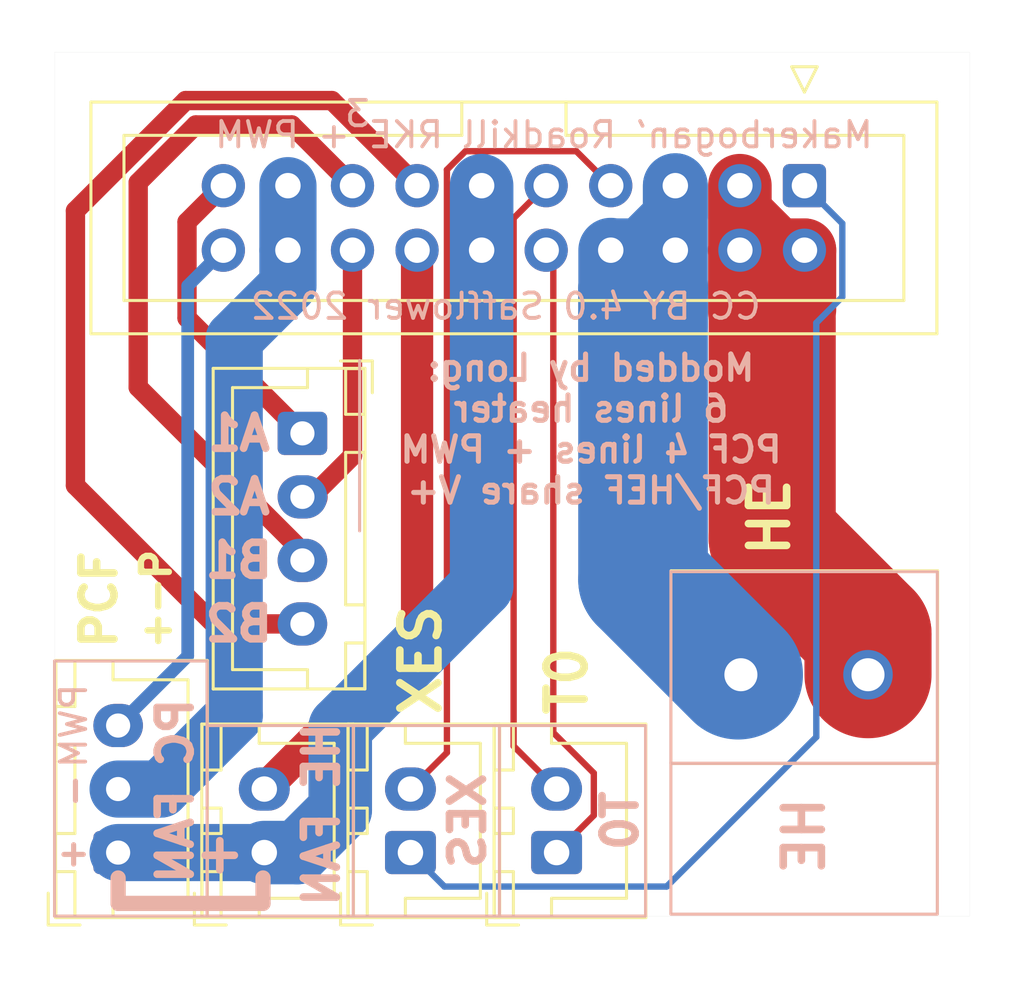
<source format=kicad_pcb>
(kicad_pcb (version 20211014) (generator pcbnew)
  (layers (0 "F.Cu" signal) (31 "B.Cu" signal) (34 "B.Paste" user) (35 "F.Paste" user) (36 "B.SilkS" user "B.Silkscreen") (37 "F.SilkS" user "F.Silkscreen") (38 "B.Mask" user) (39 "F.Mask" user) (44 "Edge.Cuts" user))
  (net 0 "")
  (net 1 "+24V")
  (net 2 "GNDPWR")
  (net 3 "/T0")
  (net 4 "/B2")
  (net 5 "/B1")
  (net 6 "/PCF_GND")
  (net 7 "/Fan_V+")
  (net 8 "/HE_Fan_GND")
  (net 9 "Net-(J3-Pad1)")
  (net 10 "Net-(J4-Pad1)")
  (net 11 "/A2")
  (net 12 "/Xend_s")
  (net 13 "/PCF_PWM")
  (net 14 "/T0-gnd")
  (footprint "MountingHole:MountingHole_3.2mm_M3" (layer "F.Cu") (at 118.001564 38.507316)
    (fp_text reference "H1" hide)
    (fp_text value "MountingHole")
    (pad "" np_thru_hole circle locked (at 0 0) (size 3.2 3.2) (drill 3.2) (layers *.Cu *.Mask))
  )
  (footprint "MountingHole:MountingHole_3.2mm_M3" (layer "F.Cu") (at 147.990137 38.490139)
    (fp_text reference "H2" hide)
    (fp_text value "MountingHole")
    (pad "" np_thru_hole circle locked (at 0 0) (size 3.2 3.2) (drill 3.2) (layers *.Cu *.Mask))
  )
  (footprint "Connector_JST:JST_XH_B2B-XH-A_1x02_P2.50mm_Vertical" (layer "F.Cu") (at 134.75 54 90)
    (fp_text reference "J1" hide)
    (fp_text value "Thermistor")
    (fp_line (start 0.75 -1.7) (end 1.75 -1.7) (layer "F.SilkS") (width 0.12))
    (fp_line (start 5.05 -0.2) (end 4.3 -0.2) (layer "F.SilkS") (width 0.12))
    (fp_line (start -1.8 2.75) (end 1.25 2.75) (layer "F.SilkS") (width 0.12))
    (fp_line (start 5.05 -1.7) (end 5.05 -2.45) (layer "F.SilkS") (width 0.12))
    (fp_line (start 1.75 -2.45) (end 0.75 -2.45) (layer "F.SilkS") (width 0.12))
    (fp_line (start -2.56 -2.46) (end -2.56 3.51) (layer "F.SilkS") (width 0.12))
    (fp_line (start 4.3 -0.2) (end 4.3 2.75) (layer "F.SilkS") (width 0.12))
    (fp_line (start -0.75 -1.7) (end -0.75 -2.45) (layer "F.SilkS") (width 0.12))
    (fp_line (start 5.06 -2.46) (end -2.56 -2.46) (layer "F.SilkS") (width 0.12))
    (fp_line (start -0.75 -2.45) (end -2.55 -2.45) (layer "F.SilkS") (width 0.12))
    (fp_line (start 4.3 2.75) (end 1.25 2.75) (layer "F.SilkS") (width 0.12))
    (fp_line (start -2.55 -2.45) (end -2.55 -1.7) (layer "F.SilkS") (width 0.12))
    (fp_line (start 3.25 -2.45) (end 3.25 -1.7) (layer "F.SilkS") (width 0.12))
    (fp_line (start -2.85 -2.75) (end -2.85 -1.5) (layer "F.SilkS") (width 0.12))
    (fp_line (start -2.56 3.51) (end 5.06 3.51) (layer "F.SilkS") (width 0.12))
    (fp_line (start -1.6 -2.75) (end -2.85 -2.75) (layer "F.SilkS") (width 0.12))
    (fp_line (start -2.55 -1.7) (end -0.75 -1.7) (layer "F.SilkS") (width 0.12))
    (fp_line (start 5.06 3.51) (end 5.06 -2.46) (layer "F.SilkS") (width 0.12))
    (fp_line (start 1.75 -1.7) (end 1.75 -2.45) (layer "F.SilkS") (width 0.12))
    (fp_line (start -1.8 -0.2) (end -1.8 2.75) (layer "F.SilkS") (width 0.12))
    (fp_line (start -2.55 -0.2) (end -1.8 -0.2) (layer "F.SilkS") (width 0.12))
    (fp_line (start 3.25 -1.7) (end 5.05 -1.7) (layer "F.SilkS") (width 0.12))
    (fp_line (start 5.05 -2.45) (end 3.25 -2.45) (layer "F.SilkS") (width 0.12))
    (fp_line (start 0.75 -2.45) (end 0.75 -1.7) (layer "F.SilkS") (width 0.12))
    (pad "1" thru_hole roundrect locked (at 0 0 90) (size 1.7 2) (drill 1) (layers *.Cu *.Mask) (roundrect_rratio 0.1470588235) (net 14 "/T0-gnd"))
    (pad "2" thru_hole oval locked (at 2.5 0 90) (size 1.7 2) (drill 1) (layers *.Cu *.Mask) (net 3 "/T0"))
  )
  (footprint "SamacSys_Parts:TB00250002BE" (layer "F.Cu") (at 142 47)
    (fp_text reference "J2" hide)
    (fp_text value "Heater" hide)
    (fp_line (start -2.75 3.5) (end -2.75 -4.1) (layer "F.SilkS") (width 0.1))
    (fp_line (start 7.75 3.5) (end -2.75 3.5) (layer "F.SilkS") (width 0.1))
    (fp_line (start 7.75 -4.1) (end 7.75 3.5) (layer "F.SilkS") (width 0.1))
    (fp_line (start -2.75 -4.1) (end 7.75 -4.1) (layer "F.SilkS") (width 0.1))
    (pad "1" thru_hole circle locked (at 0 0) (size 1.95 1.95) (drill 1.3) (layers *.Cu *.Mask) (net 1 "+24V"))
    (pad "2" thru_hole circle locked (at 5 0) (size 1.95 1.95) (drill 1.3) (layers *.Cu *.Mask) (net 2 "GNDPWR"))
  )
  (footprint "Connector_JST:JST_XH_B4B-XH-A_1x04_P2.50mm_Vertical" (layer "F.Cu") (at 124.75 37.5 -90)
    (fp_text reference "J3" hide)
    (fp_text value "Stepper")
    (fp_line (start 10.06 3.51) (end 10.06 -2.46) (layer "F.SilkS") (width 0.12))
    (fp_line (start 0.75 -1.7) (end 6.75 -1.7) (layer "F.SilkS") (width 0.12))
    (fp_line (start 8.25 -2.45) (end 8.25 -1.7) (layer "F.SilkS") (width 0.12))
    (fp_line (start -2.56 3.51) (end 10.06 3.51) (layer "F.SilkS") (width 0.12))
    (fp_line (start 0.75 -2.45) (end 0.75 -1.7) (layer "F.SilkS") (width 0.12))
    (fp_line (start 10.05 -1.7) (end 10.05 -2.45) (layer "F.SilkS") (width 0.12))
    (fp_line (start -2.85 -2.75) (end -2.85 -1.5) (layer "F.SilkS") (width 0.12))
    (fp_line (start 8.25 -1.7) (end 10.05 -1.7) (layer "F.SilkS") (width 0.12))
    (fp_line (start 9.3 2.75) (end 3.75 2.75) (layer "F.SilkS") (width 0.12))
    (fp_line (start -1.8 2.75) (end 3.75 2.75) (layer "F.SilkS") (width 0.12))
    (fp_line (start -2.55 -0.2) (end -1.8 -0.2) (layer "F.SilkS") (width 0.12))
    (fp_line (start 10.05 -2.45) (end 8.25 -2.45) (layer "F.SilkS") (width 0.12))
    (fp_line (start -1.6 -2.75) (end -2.85 -2.75) (layer "F.SilkS") (width 0.12))
    (fp_line (start 10.05 -0.2) (end 9.3 -0.2) (layer "F.SilkS") (width 0.12))
    (fp_line (start 6.75 -2.45) (end 0.75 -2.45) (layer "F.SilkS") (width 0.12))
    (fp_line (start -2.56 -2.46) (end -2.56 3.51) (layer "F.SilkS") (width 0.12))
    (fp_line (start -2.55 -2.45) (end -2.55 -1.7) (layer "F.SilkS") (width 0.12))
    (fp_line (start 9.3 -0.2) (end 9.3 2.75) (layer "F.SilkS") (width 0.12))
    (fp_line (start -0.75 -1.7) (end -0.75 -2.45) (layer "F.SilkS") (width 0.12))
    (fp_line (start 6.75 -1.7) (end 6.75 -2.45) (layer "F.SilkS") (width 0.12))
    (fp_line (start -2.55 -1.7) (end -0.75 -1.7) (layer "F.SilkS") (width 0.12))
    (fp_line (start -1.8 -0.2) (end -1.8 2.75) (layer "F.SilkS") (width 0.12))
    (fp_line (start 10.06 -2.46) (end -2.56 -2.46) (layer "F.SilkS") (width 0.12))
    (fp_line (start -0.75 -2.45) (end -2.55 -2.45) (layer "F.SilkS") (width 0.12))
    (pad "1" thru_hole roundrect locked (at 0 0 270) (size 1.7 1.95) (drill 0.95) (layers *.Cu *.Mask) (roundrect_rratio 0.1470588235) (net 9 "Net-(J3-Pad1)"))
    (pad "2" thru_hole oval locked (at 2.5 0 270) (size 1.7 1.95) (drill 0.95) (layers *.Cu *.Mask) (net 11 "/A2"))
    (pad "3" thru_hole oval locked (at 5 0 270) (size 1.7 1.95) (drill 0.95) (layers *.Cu *.Mask) (net 5 "/B1"))
    (pad "4" thru_hole oval locked (at 7.5 0 270) (size 1.7 1.95) (drill 0.95) (layers *.Cu *.Mask) (net 4 "/B2"))
  )
  (footprint "Connector_IDC:IDC-Header_2x10_P2.54mm_Vertical" (layer "F.Cu") (at 144.5 27.75 -90)
    (fp_text reference "J4" hide)
    (fp_text value "Conn_02x10_Odd_Even")
    (fp_line (start 4.52 26.77) (end -1.98 26.77) (layer "F.SilkS") (width 0.12))
    (fp_line (start -3.29 9.38) (end -1.98 9.38) (layer "F.SilkS") (width 0.12))
    (fp_line (start 5.83 -5.21) (end 5.83 28.07) (layer "F.SilkS") (width 0.12))
    (fp_line (start -1.98 -3.91) (end 4.52 -3.91) (layer "F.SilkS") (width 0.12))
    (fp_line (start -1.98 9.38) (end -1.98 -3.91) (layer "F.SilkS") (width 0.12))
    (fp_line (start -1.98 13.48) (end -1.98 13.48) (layer "F.SilkS") (width 0.12))
    (fp_line (start 5.83 28.07) (end -3.29 28.07) (layer "F.SilkS") (width 0.12))
    (fp_line (start -3.68 0) (end -4.68 -0.5) (layer "F.SilkS") (width 0.12))
    (fp_line (start -1.98 26.77) (end -1.98 13.48) (layer "F.SilkS") (width 0.12))
    (fp_line (start -3.29 -5.21) (end 5.83 -5.21) (layer "F.SilkS") (width 0.12))
    (fp_line (start -1.98 13.48) (end -3.29 13.48) (layer "F.SilkS") (width 0.12))
    (fp_line (start 4.52 -3.91) (end 4.52 26.77) (layer "F.SilkS") (width 0.12))
    (fp_line (start -3.29 28.07) (end -3.29 -5.21) (layer "F.SilkS") (width 0.12))
    (fp_line (start -4.68 -0.5) (end -4.68 0.5) (layer "F.SilkS") (width 0.12))
    (fp_line (start -4.68 0.5) (end -3.68 0) (layer "F.SilkS") (width 0.12))
    (pad "1" thru_hole roundrect locked (at 0 0 270) (size 1.7 1.7) (drill 1) (layers *.Cu *.Mask) (roundrect_rratio 0.1470588235) (net 10 "Net-(J4-Pad1)"))
    (pad "2" thru_hole circle locked (at 2.54 0 270) (size 1.7 1.7) (drill 1) (layers *.Cu *.Mask) (net 2 "GNDPWR"))
    (pad "3" thru_hole circle locked (at 0 2.54 270) (size 1.7 1.7) (drill 1) (layers *.Cu *.Mask) (net 2 "GNDPWR"))
    (pad "4" thru_hole circle locked (at 2.54 2.54 270) (size 1.7 1.7) (drill 1) (layers *.Cu *.Mask) (net 2 "GNDPWR"))
    (pad "5" thru_hole circle locked (at 0 5.08 270) (size 1.7 1.7) (drill 1) (layers *.Cu *.Mask) (net 1 "+24V"))
    (pad "6" thru_hole circle locked (at 2.54 5.08 270) (size 1.7 1.7) (drill 1) (layers *.Cu *.Mask) (net 1 "+24V"))
    (pad "7" thru_hole circle locked (at 0 7.62 270) (size 1.7 1.7) (drill 1) (layers *.Cu *.Mask) (net 12 "/Xend_s"))
    (pad "8" thru_hole circle locked (at 2.54 7.62 270) (size 1.7 1.7) (drill 1) (layers *.Cu *.Mask) (net 1 "+24V"))
    (pad "9" thru_hole circle locked (at 0 10.16 270) (size 1.7 1.7) (drill 1) (layers *.Cu *.Mask) (net 3 "/T0"))
    (pad "10" thru_hole circle locked (at 2.54 10.16 270) (size 1.7 1.7) (drill 1) (layers *.Cu *.Mask) (net 14 "/T0-gnd"))
    (pad "11" thru_hole circle locked (at 0 12.7 270) (size 1.7 1.7) (drill 1) (layers *.Cu *.Mask) (net 7 "/Fan_V+"))
    (pad "12" thru_hole circle locked (at 2.54 12.7 270) (size 1.7 1.7) (drill 1) (layers *.Cu *.Mask) (net 7 "/Fan_V+"))
    (pad "13" thru_hole circle locked (at 0 15.24 270) (size 1.7 1.7) (drill 1) (layers *.Cu *.Mask) (net 4 "/B2"))
    (pad "14" thru_hole circle locked (at 2.54 15.24 270) (size 1.7 1.7) (drill 1) (layers *.Cu *.Mask) (net 8 "/HE_Fan_GND"))
    (pad "15" thru_hole circle locked (at 0 17.78 270) (size 1.7 1.7) (drill 1) (layers *.Cu *.Mask) (net 5 "/B1"))
    (pad "16" thru_hole circle locked (at 2.54 17.78 270) (size 1.7 1.7) (drill 1) (layers *.Cu *.Mask) (net 11 "/A2"))
    (pad "17" thru_hole circle locked (at 0 20.32 270) (size 1.7 1.7) (drill 1) (layers *.Cu *.Mask) (net 6 "/PCF_GND"))
    (pad "18" thru_hole circle locked (at 2.54 20.32 270) (size 1.7 1.7) (drill 1) (layers *.Cu *.Mask) (net 6 "/PCF_GND"))
    (pad "19" thru_hole circle locked (at 0 22.86 270) (size 1.7 1.7) (drill 1) (layers *.Cu *.Mask) (net 9 "Net-(J3-Pad1)"))
    (pad "20" thru_hole circle locked (at 2.54 22.86 270) (size 1.7 1.7) (drill 1) (layers *.Cu *.Mask) (net 13 "/PCF_PWM"))
  )
  (footprint "Connector_JST:JST_XH_B2B-XH-A_1x02_P2.50mm_Vertical" (layer "F.Cu") (at 123.25 54 90)
    (fp_text reference "J7" hide)
    (fp_text value "HE_FAN1")
    (fp_line (start 5.05 -0.2) (end 4.3 -0.2) (layer "F.SilkS") (width 0.12))
    (fp_line (start 3.25 -2.45) (end 3.25 -1.7) (layer "F.SilkS") (width 0.12))
    (fp_line (start -2.55 -2.45) (end -2.55 -1.7) (layer "F.SilkS") (width 0.12))
    (fp_line (start -0.75 -2.45) (end -2.55 -2.45) (layer "F.SilkS") (width 0.12))
    (fp_line (start 4.3 2.75) (end 1.25 2.75) (layer "F.SilkS") (width 0.12))
    (fp_line (start 0.75 -1.7) (end 1.75 -1.7) (layer "F.SilkS") (width 0.12))
    (fp_line (start -2.55 -1.7) (end -0.75 -1.7) (layer "F.SilkS") (width 0.12))
    (fp_line (start 5.05 -2.45) (end 3.25 -2.45) (layer "F.SilkS") (width 0.12))
    (fp_line (start -2.85 -2.75) (end -2.85 -1.5) (layer "F.SilkS") (width 0.12))
    (fp_line (start 1.75 -2.45) (end 0.75 -2.45) (layer "F.SilkS") (width 0.12))
    (fp_line (start 5.06 -2.46) (end -2.56 -2.46) (layer "F.SilkS") (width 0.12))
    (fp_line (start 5.06 3.51) (end 5.06 -2.46) (layer "F.SilkS") (width 0.12))
    (fp_line (start -1.8 -0.2) (end -1.8 2.75) (layer "F.SilkS") (width 0.12))
    (fp_line (start -2.56 -2.46) (end -2.56 3.51) (layer "F.SilkS") (width 0.12))
    (fp_line (start -2.56 3.51) (end 5.06 3.51) (layer "F.SilkS") (width 0.12))
    (fp_line (start 1.75 -1.7) (end 1.75 -2.45) (layer "F.SilkS") (width 0.12))
    (fp_line (start 4.3 -0.2) (end 4.3 2.75) (layer "F.SilkS") (width 0.12))
    (fp_line (start -1.8 2.75) (end 1.25 2.75) (layer "F.SilkS") (width 0.12))
    (fp_line (start -2.55 -0.2) (end -1.8 -0.2) (layer "F.SilkS") (width 0.12))
    (fp_line (start 5.05 -1.7) (end 5.05 -2.45) (layer "F.SilkS") (width 0.12))
    (fp_line (start -0.75 -1.7) (end -0.75 -2.45) (layer "F.SilkS") (width 0.12))
    (fp_line (start 0.75 -2.45) (end 0.75 -1.7) (layer "F.SilkS") (width 0.12))
    (fp_line (start -1.6 -2.75) (end -2.85 -2.75) (layer "F.SilkS") (width 0.12))
    (fp_line (start 3.25 -1.7) (end 5.05 -1.7) (layer "F.SilkS") (width 0.12))
    (pad "1" thru_hole roundrect locked (at 0 0 90) (size 1.7 2) (drill 1) (layers *.Cu *.Mask) (roundrect_rratio 0.1470588235) (net 7 "/Fan_V+"))
    (pad "2" thru_hole oval locked (at 2.5 0 90) (size 1.7 2) (drill 1) (layers *.Cu *.Mask) (net 8 "/HE_Fan_GND"))
  )
  (footprint "Connector_JST:JST_XH_B2B-XH-A_1x02_P2.50mm_Vertical" (layer "F.Cu") (at 129 54 90)
    (fp_text reference "J8" hide)
    (fp_text value "X_End")
    (fp_line (start -0.75 -2.45) (end -2.55 -2.45) (layer "F.SilkS") (width 0.12))
    (fp_line (start -2.56 -2.46) (end -2.56 3.51) (layer "F.SilkS") (width 0.12))
    (fp_line (start 1.75 -2.45) (end 0.75 -2.45) (layer "F.SilkS") (width 0.12))
    (fp_line (start 3.25 -2.45) (end 3.25 -1.7) (layer "F.SilkS") (width 0.12))
    (fp_line (start 5.06 3.51) (end 5.06 -2.46) (layer "F.SilkS") (width 0.12))
    (fp_line (start -2.55 -2.45) (end -2.55 -1.7) (layer "F.SilkS") (width 0.12))
    (fp_line (start -1.8 -0.2) (end -1.8 2.75) (layer "F.SilkS") (width 0.12))
    (fp_line (start 3.25 -1.7) (end 5.05 -1.7) (layer "F.SilkS") (width 0.12))
    (fp_line (start 5.05 -1.7) (end 5.05 -2.45) (layer "F.SilkS") (width 0.12))
    (fp_line (start -2.56 3.51) (end 5.06 3.51) (layer "F.SilkS") (width 0.12))
    (fp_line (start 4.3 2.75) (end 1.25 2.75) (layer "F.SilkS") (width 0.12))
    (fp_line (start -1.8 2.75) (end 1.25 2.75) (layer "F.SilkS") (width 0.12))
    (fp_line (start -1.6 -2.75) (end -2.85 -2.75) (layer "F.SilkS") (width 0.12))
    (fp_line (start 5.05 -0.2) (end 4.3 -0.2) (layer "F.SilkS") (width 0.12))
    (fp_line (start -2.55 -0.2) (end -1.8 -0.2) (layer "F.SilkS") (width 0.12))
    (fp_line (start 1.75 -1.7) (end 1.75 -2.45) (layer "F.SilkS") (width 0.12))
    (fp_line (start 0.75 -2.45) (end 0.75 -1.7) (layer "F.SilkS") (width 0.12))
    (fp_line (start 5.05 -2.45) (end 3.25 -2.45) (layer "F.SilkS") (width 0.12))
    (fp_line (start 5.06 -2.46) (end -2.56 -2.46) (layer "F.SilkS") (width 0.12))
    (fp_line (start -2.85 -2.75) (end -2.85 -1.5) (layer "F.SilkS") (width 0.12))
    (fp_line (start 4.3 -0.2) (end 4.3 2.75) (layer "F.SilkS") (width 0.12))
    (fp_line (start 0.75 -1.7) (end 1.75 -1.7) (layer "F.SilkS") (width 0.12))
    (fp_line (start -2.55 -1.7) (end -0.75 -1.7) (layer "F.SilkS") (width 0.12))
    (fp_line (start -0.75 -1.7) (end -0.75 -2.45) (layer "F.SilkS") (width 0.12))
    (pad "1" thru_hole roundrect locked (at 0 0 90) (size 1.7 2) (drill 1) (layers *.Cu *.Mask) (roundrect_rratio 0.1470588235) (net 10 "Net-(J4-Pad1)"))
    (pad "2" thru_hole oval locked (at 2.5 0 90) (size 1.7 2) (drill 1) (layers *.Cu *.Mask) (net 12 "/Xend_s"))
  )
  (footprint "Connector_JST:JST_XH_B3B-XH-A_1x03_P2.50mm_Vertical" (layer "F.Cu") (at 117.5 54 90)
    (fp_text reference "J9" hide)
    (fp_text value "Conn_01x03_Female")
    (fp_line (start -0.75 -1.7) (end -0.75 -2.45) (layer "F.SilkS") (width 0.12))
    (fp_line (start 6.8 2.75) (end 2.5 2.75) (layer "F.SilkS") (width 0.12))
    (fp_line (start -2.55 -2.45) (end -2.55 -1.7) (layer "F.SilkS") (width 0.12))
    (fp_line (start -1.6 -2.75) (end -2.85 -2.75) (layer "F.SilkS") (width 0.12))
    (fp_line (start 7.56 -2.46) (end -2.56 -2.46) (layer "F.SilkS") (width 0.12))
    (fp_line (start 7.56 3.51) (end 7.56 -2.46) (layer "F.SilkS") (width 0.12))
    (fp_line (start 6.8 -0.2) (end 6.8 2.75) (layer "F.SilkS") (width 0.12))
    (fp_line (start 7.55 -1.7) (end 7.55 -2.45) (layer "F.SilkS") (width 0.12))
    (fp_line (start 4.25 -2.45) (end 0.75 -2.45) (layer "F.SilkS") (width 0.12))
    (fp_line (start 7.55 -2.45) (end 5.75 -2.45) (layer "F.SilkS") (width 0.12))
    (fp_line (start -2.56 3.51) (end 7.56 3.51) (layer "F.SilkS") (width 0.12))
    (fp_line (start -2.85 -2.75) (end -2.85 -1.5) (layer "F.SilkS") (width 0.12))
    (fp_line (start -1.8 -0.2) (end -1.8 2.75) (layer "F.SilkS") (width 0.12))
    (fp_line (start -0.75 -2.45) (end -2.55 -2.45) (layer "F.SilkS") (width 0.12))
    (fp_line (start 5.75 -1.7) (end 7.55 -1.7) (layer "F.SilkS") (width 0.12))
    (fp_line (start 5.75 -2.45) (end 5.75 -1.7) (layer "F.SilkS") (width 0.12))
    (fp_line (start 4.25 -1.7) (end 4.25 -2.45) (layer "F.SilkS") (width 0.12))
    (fp_line (start -2.55 -0.2) (end -1.8 -0.2) (layer "F.SilkS") (width 0.12))
    (fp_line (start -1.8 2.75) (end 2.5 2.75) (layer "F.SilkS") (width 0.12))
    (fp_line (start -2.56 -2.46) (end -2.56 3.51) (layer "F.SilkS") (width 0.12))
    (fp_line (start 0.75 -1.7) (end 4.25 -1.7) (layer "F.SilkS") (width 0.12))
    (fp_line (start 0.75 -2.45) (end 0.75 -1.7) (layer "F.SilkS") (width 0.12))
    (fp_line (start 7.55 -0.2) (end 6.8 -0.2) (layer "F.SilkS") (width 0.12))
    (fp_line (start -2.55 -1.7) (end -0.75 -1.7) (layer "F.SilkS") (width 0.12))
    (pad "1" thru_hole roundrect (at 0 0 90) (size 1.7 1.95) (drill 0.95) (layers *.Cu *.Mask) (roundrect_rratio 0.1470588235) (net 7 "/Fan_V+"))
    (pad "2" thru_hole oval (at 2.5 0 90) (size 1.7 1.95) (drill 0.95) (layers *.Cu *.Mask) (net 6 "/PCF_GND"))
    (pad "3" thru_hole oval (at 5 0 90) (size 1.7 1.95) (drill 0.95) (layers *.Cu *.Mask) (net 13 "/PCF_PWM"))
  )
  (gr_line (start 115 56.5) (end 115 46.46) (layer "B.SilkS") (width 0.12))
  (gr_line (start 138.25 56.5) (end 121 56.5) (layer "B.SilkS") (width 0.12))
  (gr_line (start 121 49) (end 138.25 49) (layer "B.SilkS") (width 0.12))
  (gr_line (start 126.75 56.5) (end 126.75 49) (layer "B.SilkS") (width 0.12))
  (gr_line (start 132.5 56.5) (end 132.5 49) (layer "B.SilkS") (width 0.12))
  (gr_rect (start 149.727135 50.487546) (end 139.245603 56.424596) (layer "B.SilkS") (width 0.12) (fill none))
  (gr_rect (start 149.727135 42.943796) (end 139.245603 50.487546) (layer "B.SilkS") (width 0.12) (fill none))
  (gr_line (start 123.2 56) (end 117.5 56) (layer "B.SilkS") (width 0.6))
  (gr_line (start 127 34.629948) (end 127 41.339605) (layer "B.SilkS") (width 0.12))
  (gr_line (start 115 46.46) (end 121 46.46) (layer "B.SilkS") (width 0.12))
  (gr_line (start 121 46.46) (end 121 56.5) (layer "B.SilkS") (width 0.12))
  (gr_line (start 138.25 49) (end 138.25 56.5) (layer "B.SilkS") (width 0.12))
  (gr_line (start 117.5 56) (end 117.5 55) (layer "B.SilkS") (width 0.6))
  (gr_line (start 123.2 55) (end 123.2 56) (layer "B.SilkS") (width 0.6))
  (gr_line (start 121 56.5) (end 115 56.5) (layer "B.SilkS") (width 0.12))
  (gr_line (start 150.999999 56.5) (end 150.999999 22.5) (layer "Edge.Cuts") (width 0.004999))
  (gr_line (start 115 56.5) (end 150.999999 56.5) (layer "Edge.Cuts") (width 0.004999))
  (gr_line (start 150.999999 22.5) (end 115 22.5) (layer "Edge.Cuts") (width 0.004999))
  (gr_line (start 115 22.5) (end 115 56.5) (layer "Edge.Cuts") (width 0.004999))
  (gr_text "A2" (at 122.25 40) (layer "B.SilkS") (effects (font (size 1.3 1.3) (thickness 0.3)) (justify mirror)))
  (gr_text "XES" (at 131.25 52.75 90) (layer "B.SilkS") (effects (font (size 1.3 1.3) (thickness 0.3)) (justify mirror)))
  (gr_text "A1" (at 122.25 37.5) (layer "B.SilkS") (effects (font (size 1.3 1.3) (thickness 0.3)) (justify mirror)))
  (gr_text "-" (at 115.75 51.57 90) (layer "B.SilkS") (effects (font (size 1 1) (thickness 0.2)) (justify mirror)))
  (gr_text "HE FAN" (at 125.5 52.5 90) (layer "B.SilkS") (effects (font (size 1.3 1.3) (thickness 0.3)) (justify mirror)))
  (gr_text "+" (at 121.5 54) (layer "B.SilkS") (effects (font (size 1.5 1.5) (thickness 0.3)) (justify mirror)))
  (gr_text "3" (at 126.911219 24.918047) (layer "B.SilkS") (effects (font (size 1 1)) (justify mirror)))
  (gr_text "B2" (at 122.25 45) (layer "B.SilkS") (effects (font (size 1.3 1.3) (thickness 0.3)) (justify mirror)))
  (gr_text "PWM" (at 115.75 49.01371 90) (layer "B.SilkS") (effects (font (size 1 1)) (justify mirror)))
  (gr_text "PC FAN" (at 119.75 51.57 90) (layer "B.SilkS") (effects (font (size 1.3 1.3) (thickness 0.3)) (justify mirror)))
  (gr_text "HE" (at 144.486369 53.34 90) (layer "B.SilkS") (effects (font (size 1.5 1.5) (thickness 0.3)) (justify mirror)))
  (gr_text "+" (at 115.75 54) (layer "B.SilkS") (effects (font (size 1 1) (thickness 0.2)) (justify mirror)))
  (gr_text "CC BY 4.0 Safflower 2022" (at 132.75 32.5) (layer "B.SilkS") (effects (font (size 1 1)) (justify mirror)))
  (gr_text "B1" (at 122.25 42.5) (layer "B.SilkS") (effects (font (size 1.3 1.3) (thickness 0.3)) (justify mirror)))
  (gr_text "Makerbogan' Roadkill RKE + PWM" (at 134.25 25.75) (layer "B.SilkS") (effects (font (size 1 1)) (justify mirror)))
  (gr_text "T0" (at 137.25 52.75 90) (layer "B.SilkS") (effects (font (size 1.3 1.3) (thickness 0.3)) (justify mirror)))
  (gr_text "Modded by Long:\n6 lines heater\nPCF 4 lines + PWM\nPCF/HEF share V+" (at 136.102764 37.339147) (layer "B.SilkS") (effects (font (size 1 1) (thickness 0.2)) (justify mirror)))
  (gr_text "XES" (at 129.403712 48.72642 90) (layer "F.SilkS") (effects (font (size 1.5 1.5) (thickness 0.3)) (justify left)))
  (gr_text "HE" (at 143.119193 42.462753 90) (layer "F.SilkS") (effects (font (size 1.5 1.5) (thickness 0.3)) (justify left)))
  (gr_text "T0" (at 135.153712 48.72642 90) (layer "F.SilkS") (effects (font (size 1.5 1.5) (thickness 0.3)) (justify left)))
  (gr_text "PCF\n" (at 116.75 46.1 90) (layer "F.SilkS") (effects (font (size 1.3 1.3) (thickness 0.3)) (justify left)))
  (gr_text "+-P" (at 119 46.1 90) (layer "F.SilkS") (effects (font (size 1.1 1.1) (thickness 0.25)) (justify left)))
  (segment (start 139.42 27.714752) (end 139.448607 27.686145) (width 0.25) (layer "F.Cu") (net 1))
  (segment (start 136.839053 30.314886) (end 136.839054 30.37245) (width 0.25) (layer "F.Cu") (net 1))
  (segment (start 139.42 30.29) (end 139.42 30.305117) (width 0.25) (layer "F.Cu") (net 1))
  (segment (start 139.442316 27.75) (end 139.467795 27.724521) (width 0.25) (layer "F.Cu") (net 1))
  (segment (start 136.839053 30.314886) (end 136.800678 30.276511) (width 0.25) (layer "F.Cu") (net 1))
  (segment (start 136.839054 30.37245) (end 136.858242 30.353262) (width 0.25) (layer "F.Cu") (net 1))
  (segment (start 139.42 30.305117) (end 139.410231 30.314886) (width 0.25) (layer "F.Cu") (net 1))
  (segment (start 136.88 30.29) (end 138.082081 30.29) (width 2.5) (layer "B.Cu") (net 1))
  (segment (start 136.871433 30.322881) (end 136.922601 30.374049) (width 0.25) (layer "B.Cu") (net 1))
  (segment (start 139.42 28.952081) (end 138.082081 30.29) (width 2.5) (layer "B.Cu") (net 1))
  (segment (start 139.42 30.29) (end 139.42 33.3) (width 2.55) (layer "B.Cu") (net 1))
  (segment (start 136.88 30.29) (end 136.88 35.28) (width 2.55) (layer "B.Cu") (net 1))
  (segment (start 139.519363 27.777288) (end 139.506571 27.764496) (width 0.25) (layer "B.Cu") (net 1))
  (segment (start 139.42 27.75) (end 139.42 30.29) (width 2.55) (layer "B.Cu") (net 1))
  (segment (start 141.891675 47) (end 138.15 43.258325) (width 5.1) (layer "B.Cu") (net 1))
  (segment (start 139.442612 30.374049) (end 139.519363 30.297298) (width 0.25) (layer "B.Cu") (net 1))
  (segment (start 138.15 31.818309) (end 138.159745 31.808564) (width 5.1) (layer "B.Cu") (net 1))
  (segment (start 138.15 43.258325) (end 138.15 31.818309) (width 5.1) (layer "B.Cu") (net 1))
  (segment (start 139.42 28.952081) (end 139.42 27.75) (width 2.55) (layer "B.Cu") (net 1))
  (segment (start 143.231531 41.631531) (end 143.231531 32.978929) (width 5) (layer "F.Cu") (net 2))
  (segment (start 142.032977 30.290902) (end 142.429098 30.290902) (width 0.25) (layer "F.Cu") (net 2))
  (segment (start 144.527402 30.271715) (end 144.508215 30.290902) (width 0.25) (layer "F.Cu") (net 2))
  (segment (start 144.5 30.29) (end 141.96 30.29) (width 2.5) (layer "F.Cu") (net 2))
  (segment (start 147 45.4) (end 143.231531 41.631531) (width 5) (layer "F.Cu") (net 2))
  (segment (start 141.96 30.29) (end 141.96 27.75) (width 2.5) (layer "F.Cu") (net 2))
  (segment (start 147 47) (end 147 45.4) (width 5) (layer "F.Cu") (net 2))
  (segment (start 144.5 30.29) (end 144.5 32.624762) (width 2.5) (layer "F.Cu") (net 2))
  (segment (start 142.013789 30.271714) (end 141.898661 30.156586) (width 0.25) (layer "F.Cu") (net 2))
  (segment (start 141.96 30.29) (end 141.96 32.74) (width 2.5) (layer "F.Cu") (net 2))
  (segment (start 141.96 27.75) (end 144.5 30.29) (width 1) (layer "F.Cu") (net 2))
  (segment (start 142.032977 30.290902) (end 142.013789 30.271714) (width 0.25) (layer "F.Cu") (net 2))
  (segment (start 141.96 30.195939) (end 141.976613 30.212552) (width 0.25) (layer "B.Cu") (net 2))
  (segment (start 141.96 27.75) (end 142.063064 27.75) (width 0.25) (layer "B.Cu") (net 2))
  (segment (start 142.410472 30.302095) (end 142.037374 30.302095) (width 0.25) (layer "B.Cu") (net 2))
  (segment (start 142.063064 27.75) (end 142.069354 27.74371) (width 0.25) (layer "B.Cu") (net 2))
  (segment (start 142.037374 30.302095) (end 141.983009 30.24773) (width 0.25) (layer "B.Cu") (net 2))
  (segment (start 144.567084 30.257218) (end 144.54779 30.276512) (width 0.25) (layer "B.Cu") (net 2))
  (segment (start 134.34 27.75) (end 133.058423 29.031577) (width 0.25) (layer "F.Cu") (net 3))
  (segment (start 133.058423 49.808423) (end 134.75 51.5) (width 0.25) (layer "F.Cu") (net 3))
  (segment (start 133.058423 29.031577) (end 133.058423 49.808423) (width 0.25) (layer "F.Cu") (net 3))
  (segment (start 125.909979 24.399979) (end 120.158301 24.399979) (width 0.76) (layer "F.Cu") (net 4))
  (segment (start 121.267846 45) (end 124.75 45) (width 0.76) (layer "F.Cu") (net 4))
  (segment (start 129.26 27.75) (end 125.909979 24.399979) (width 0.76) (layer "F.Cu") (net 4))
  (segment (start 120.158301 24.399979) (end 115.821563 28.736717) (width 0.76) (layer "F.Cu") (net 4))
  (segment (start 115.821563 28.736717) (end 115.821563 39.553717) (width 0.76) (layer "F.Cu") (net 4))
  (segment (start 115.821563 39.553717) (end 121.267846 45) (width 0.76) (layer "F.Cu") (net 4))
  (segment (start 124.75 42.147339) (end 124.75 42.5) (width 0.76) (layer "F.Cu") (net 5))
  (segment (start 124.329989 25.359989) (end 120.55595 25.359989) (width 0.76) (layer "F.Cu") (net 5))
  (segment (start 120.55595 25.359989) (end 118.289979 27.62596) (width 0.76) (layer "F.Cu") (net 5))
  (segment (start 118.289979 35.687318) (end 124.75 42.147339) (width 0.76) (layer "F.Cu") (net 5))
  (segment (start 118.289979 27.62596) (end 118.289979 35.687318) (width 0.76) (layer "F.Cu") (net 5))
  (segment (start 126.72 27.75) (end 124.329989 25.359989) (width 0.76) (layer "F.Cu") (net 5))
  (segment (start 122.066291 48.611573) (end 122.066291 33.785704) (width 2.25) (layer "B.Cu") (net 6))
  (segment (start 124.18 30.29) (end 124.18 27.75) (width 2.25) (layer "B.Cu") (net 6))
  (segment (start 119.177864 51.5) (end 122.066291 48.611573) (width 2.25) (layer "B.Cu") (net 6))
  (segment (start 117.5 51.5) (end 119.177864 51.5) (width 2.25) (layer "B.Cu") (net 6))
  (segment (start 122.066291 33.785704) (end 124.18 31.671995) (width 2.25) (layer "B.Cu") (net 6))
  (segment (start 124.18 31.671995) (end 124.18 30.29) (width 2.25) (layer "B.Cu") (net 6))
  (segment (start 131.8 27.75) (end 131.8 43.507903) (width 2.5) (layer "B.Cu") (net 7))
  (segment (start 124.553441 54) (end 123.25 54) (width 2.5) (layer "B.Cu") (net 7))
  (segment (start 126.238525 49.069378) (end 126.238525 52.314916) (width 2.5) (layer "B.Cu") (net 7))
  (segment (start 126.238525 52.314916) (end 124.553441 54) (width 2.5) (layer "B.Cu") (net 7))
  (segment (start 131.8 43.507903) (end 126.238525 49.069378) (width 2.5) (layer "B.Cu") (net 7))
  (segment (start 123.25 54) (end 117.5 54) (width 2.25) (layer "B.Cu") (net 7))
  (segment (start 131.8 30.29) (end 131.89 30.29) (width 1.5) (layer "B.Cu") (net 7))
  (segment (start 129.26 45.49) (end 123.25 51.5) (width 1.27) (layer "F.Cu") (net 8))
  (segment (start 129.26 30.29) (end 129.26 45.49) (width 1.27) (layer "F.Cu") (net 8))
  (segment (start 120.209999 29.180001) (end 120.209999 32.959999) (width 0.76) (layer "F.Cu") (net 9))
  (segment (start 121.64 27.75) (end 120.209999 29.180001) (width 0.76) (layer "F.Cu") (net 9))
  (segment (start 120.209999 32.959999) (end 124.75 37.5) (width 0.76) (layer "F.Cu") (net 9))
  (segment (start 144.480926 27.75) (end 144.527402 27.796476) (width 0.25) (layer "F.Cu") (net 10))
  (segment (start 130.337738 55.337738) (end 129 54) (width 0.25) (layer "B.Cu") (net 10))
  (segment (start 144.96573 49.450736) (end 139.078728 55.337738) (width 0.25) (layer "B.Cu") (net 10))
  (segment (start 139.078728 55.337738) (end 130.337738 55.337738) (width 0.25) (layer "B.Cu") (net 10))
  (segment (start 144.567084 27.75) (end 144.630938 27.686146) (width 0.25) (layer "B.Cu") (net 10))
  (segment (start 144.5 27.75) (end 145.989343 29.239343) (width 0.25) (layer "B.Cu") (net 10))
  (segment (start 144.96573 33.15138) (end 144.96573 49.450736) (width 0.25) (layer "B.Cu") (net 10))
  (segment (start 144.5 27.75) (end 144.59 27.75) (width 0.25) (layer "B.Cu") (net 10))
  (segment (start 145.989343 29.239343) (end 145.989343 32.127767) (width 0.25) (layer "B.Cu") (net 10))
  (segment (start 145.989343 32.127767) (end 144.96573 33.15138) (width 0.25) (layer "B.Cu") (net 10))
  (segment (start 126.72 38.388742) (end 125.108742 40) (width 0.76) (layer "F.Cu") (net 11))
  (segment (start 126.72 30.29) (end 126.72 38.388742) (width 0.76) (layer "F.Cu") (net 11))
  (segment (start 125.108742 40) (end 124.75 40) (width 1.27) (layer "F.Cu") (net 11))
  (segment (start 135.523976 26.393976) (end 131.164692 26.393976) (width 0.25) (layer "F.Cu") (net 12))
  (segment (start 131.164692 26.393976) (end 130.434511 27.124157) (width 0.25) (layer "F.Cu") (net 12))
  (segment (start 130.434511 27.124157) (end 130.434511 50.065489) (width 0.25) (layer "F.Cu") (net 12))
  (segment (start 130.434511 50.065489) (end 129 51.5) (width 0.25) (layer "F.Cu") (net 12))
  (segment (start 136.88 27.75) (end 135.523976 26.393976) (width 0.25) (layer "F.Cu") (net 12))
  (segment (start 136.88 27.768721) (end 136.871433 27.777288) (width 0.5) (layer "B.Cu") (net 12))
  (segment (start 136.88 27.75) (end 136.88 27.768721) (width 0.5) (layer "B.Cu") (net 12))
  (segment (start 136.898721 27.75) (end 136.871433 27.777288) (width 0.25) (layer "B.Cu") (net 12))
  (segment (start 137.35 27.75) (end 137.16 27.94) (width 0.25) (layer "B.Cu") (net 12))
  (segment (start 136.871433 27.777288) (end 136.907288 27.777288) (width 0.25) (layer "B.Cu") (net 12))
  (segment (start 121.64 30.29) (end 120.237647 31.692353) (width 0.5) (layer "B.Cu") (net 13))
  (segment (start 120.237647 46.262353) (end 117.5 49) (width 0.5) (layer "B.Cu") (net 13))
  (segment (start 120.237647 31.692353) (end 120.237647 46.262353) (width 0.5) (layer "B.Cu") (net 13))
  (segment (start 134.34 30.29) (end 134.62 30.57) (width 0.25) (layer "F.Cu") (net 14))
  (segment (start 136.213926 50.872731) (end 136.213926 52.536074) (width 0.25) (layer "F.Cu") (net 14))
  (segment (start 134.62 30.57) (end 134.62 49.278805) (width 0.25) (layer "F.Cu") (net 14))
  (segment (start 134.62 49.278805) (end 136.213926 50.872731) (width 0.25) (layer "F.Cu") (net 14))
  (segment (start 136.213926 52.536074) (end 134.75 54) (width 0.25) (layer "F.Cu") (net 14))
)
</source>
